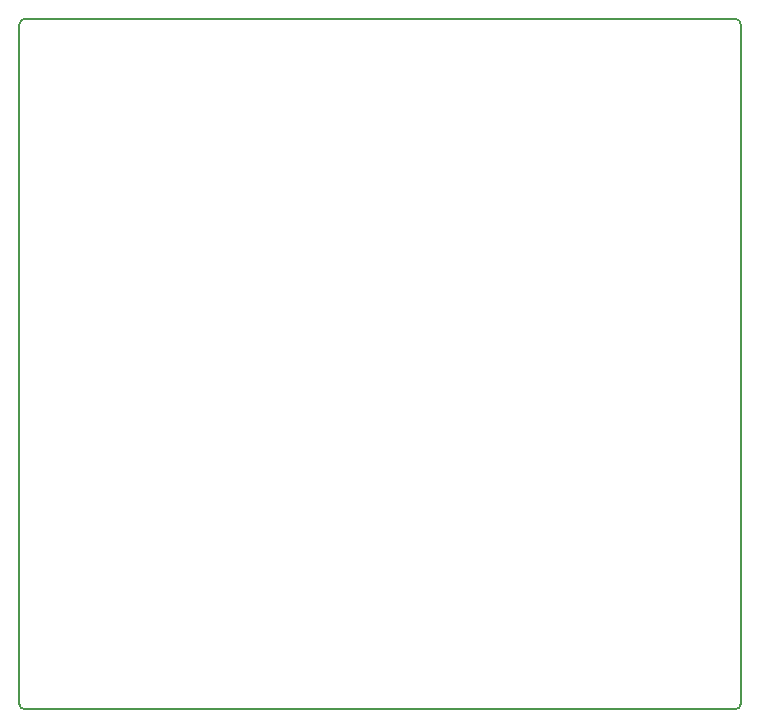
<source format=gm1>
%TF.GenerationSoftware,KiCad,Pcbnew,8.0.5*%
%TF.CreationDate,2025-07-15T13:21:23-04:00*%
%TF.ProjectId,macropad,6d616372-6f70-4616-942e-6b696361645f,rev?*%
%TF.SameCoordinates,Original*%
%TF.FileFunction,Profile,NP*%
%FSLAX46Y46*%
G04 Gerber Fmt 4.6, Leading zero omitted, Abs format (unit mm)*
G04 Created by KiCad (PCBNEW 8.0.5) date 2025-07-15 13:21:23*
%MOMM*%
%LPD*%
G01*
G04 APERTURE LIST*
%TA.AperFunction,Profile*%
%ADD10C,0.200000*%
%TD*%
G04 APERTURE END LIST*
D10*
X118100000Y-111550000D02*
X118100000Y-54060000D01*
X178690000Y-112050000D02*
X118600000Y-112050000D01*
X118600000Y-112050000D02*
G75*
G02*
X118100000Y-111550000I0J500000D01*
G01*
X179190000Y-111550000D02*
G75*
G02*
X178690000Y-112050000I-500000J0D01*
G01*
X179190000Y-54060000D02*
X179190000Y-111550000D01*
X118600000Y-53560000D02*
X178690000Y-53560000D01*
X178690000Y-53560000D02*
G75*
G02*
X179190000Y-54060000I0J-500000D01*
G01*
X118100000Y-54060000D02*
G75*
G02*
X118600000Y-53560000I500000J0D01*
G01*
M02*

</source>
